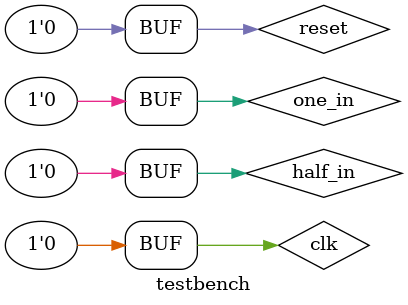
<source format=v>
`timescale 1ns / 1ns

module testbench();

	reg		clk;
	reg		reset;
	reg		one_in, half_in;

	wire	can_out, change_out;

	// instantiate device to be tested
	vendingMachine dut (can_out, change_out, clk, reset, one_in, half_in);

	// generate clock to sequence tests
	always
		begin
			clk <= 1; # 50; clk <= 0; # 50;
		end

	// initialize test
	initial
		begin
			one_in <= 0; half_in <= 0;
			reset <= 1; # 120; reset <= 0;
			# 80; one_in <= 1;
			# 300; one_in <= 0; half_in <= 1;
			# 300; half_in <= 0; one_in <= 1;
			# 50; one_in <= 0; half_in <= 1;
			# 50; half_in <= 0;
			# 200; half_in <= 1;
			# 50; half_in <= 0; one_in <= 1;
			# 50; one_in <= 0;
			# 200; half_in <= 1;
			# 100; half_in <= 0; one_in <= 1;
			# 200; half_in <=0; one_in <= 0;
		end

endmodule

</source>
